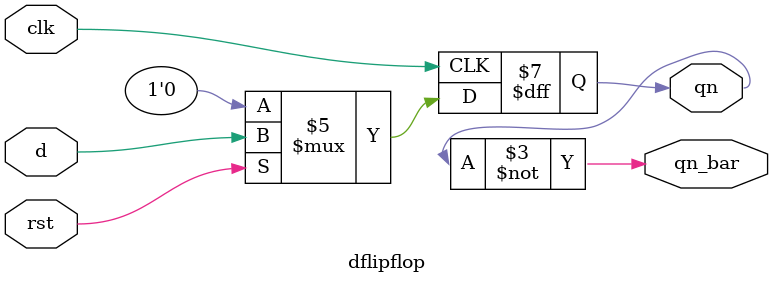
<source format=v>
`timescale 1ns / 1ps
module SIPO(in,out,rst,clk);
input in,rst,clk; output [3:0]out; 
dflipflop dff1(in,clk,rst,out[0]);
dflipflop dff2(out[0],clk,rst,out[1]);
dflipflop dff3(out[1],clk,rst,out[2]);
dflipflop dff4(out[2],clk,rst,out[3]);
endmodule
module dflipflop(d,clk,rst,qn,qn_bar);
input d,clk,rst;output qn,qn_bar; 
reg qn; 
always@(posedge clk) 
begin 
if(!rst) 
qn=1'b0; 
else 
begin 
qn=d;
end
end
assign qn_bar=~qn;
endmodule

</source>
